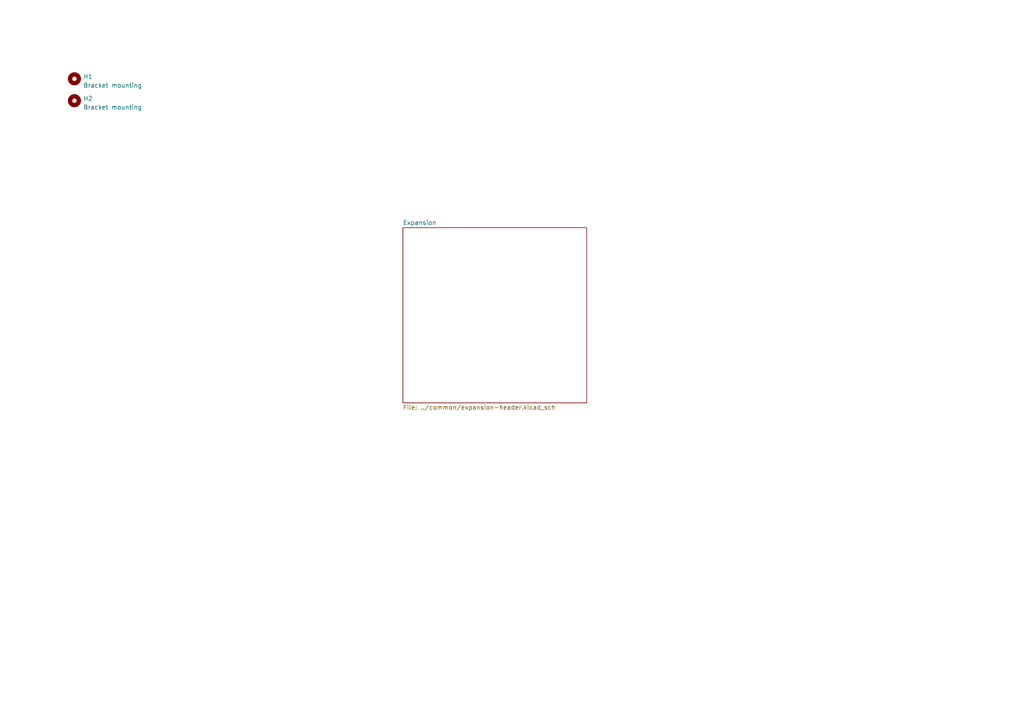
<source format=kicad_sch>
(kicad_sch (version 20230121) (generator eeschema)
  (paper "A4")
  (lib_symbols
    (symbol "Mechanical:MountingHole" (pin_names (offset 1.016))
      (property "Reference" "H" (at 0 5.08 0))
      (property "Value" "MountingHole" (at 0 3.175 0))
      (symbol "MountingHole_0_1"
        (circle (center 0 0) (radius 1.27) (stroke (width 1.27)))
      )
    )
  )
  (symbol (lib_id "Mechanical:MountingHole") (at 21.59 22.86 0) (unit 1)
    (property "Reference" "H1" (at 24.13 22.225 0) (effects (justify left)))
    (property "Value" "Bracket mounting" (at 24.13 24.765 0) (effects (justify left)))
    (property "Footprint" "MountingHole:MountingHole_2.5mm" (effects hide))
  )
  (symbol (lib_id "Mechanical:MountingHole") (at 21.59 29.21 0) (unit 1)
    (property "Reference" "H2" (at 24.13 28.575 0) (effects (justify left)))
    (property "Value" "Bracket mounting" (at 24.13 31.115 0) (effects (justify left)))
    (property "Footprint" "MountingHole:MountingHole_2.5mm" (effects hide))
  )
  (sheet (at 116.84 66.04) (size 53.34 50.8) (stroke (width 0.1524))
    (property "Sheetname" "Expansion" (at 116.84 65.3284 0) (effects (justify left bottom)))
    (property "Sheetfile" "../common/expansion-header.kicad_sch" (at 116.84 117.4246 0) (effects (justify left top)))
  )
)
</source>
